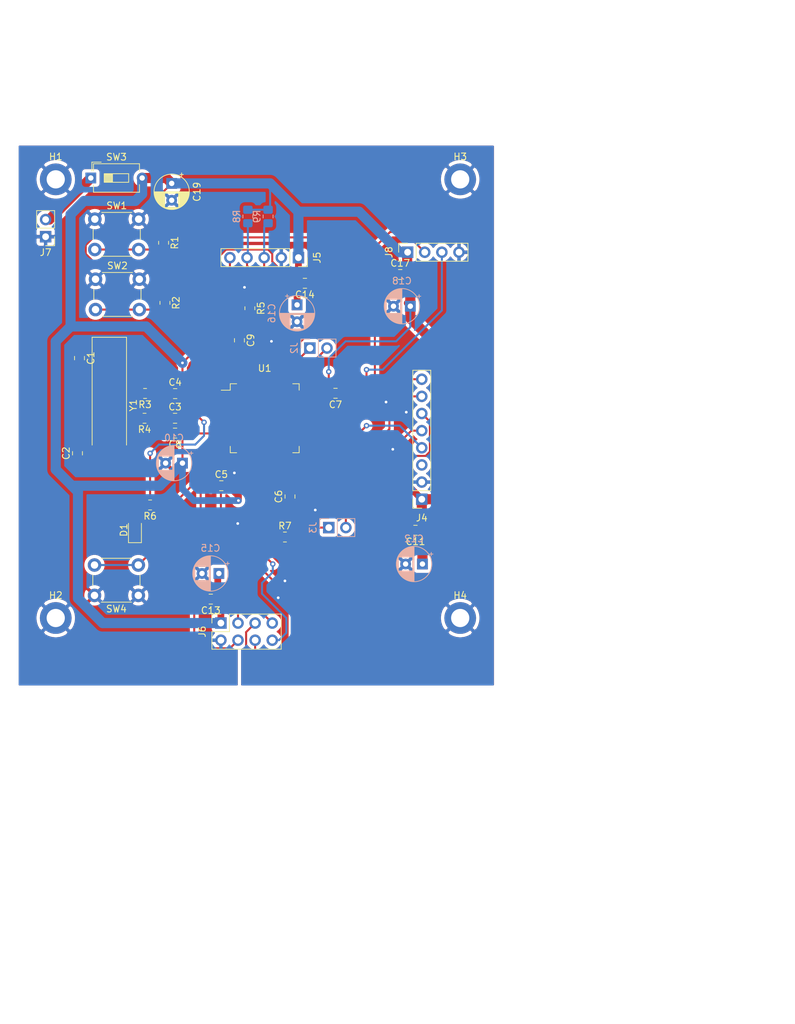
<source format=kicad_pcb>
(kicad_pcb (version 20171130) (host pcbnew 5.1.9-73d0e3b20d~88~ubuntu18.04.1)
  (layers (0 F.Cu signal) (31 B.Cu signal) (34 B.Paste user) (35 F.Paste user) (36 B.SilkS user) (37 F.SilkS user) (38 B.Mask user) (39 F.Mask user) (44 Edge.Cuts user))
  (net 0 "")
  (net 1 GND)
  (net 2 "Net-(C1-Pad2)")
  (net 3 "Net-(C2-Pad2)")
  (net 4 "Net-(C3-Pad2)")
  (net 5 +3V3)
  (net 6 "Net-(D1-Pad2)")
  (net 7 BOOT1)
  (net 8 SWCLK)
  (net 9 SWDIO)
  (net 10 nrf24_CSN)
  (net 11 SPI1_MOSI)
  (net 12 nrf24_IRQ)
  (net 13 SPI1_MISO)
  (net 14 SPI1_SCK)
  (net 15 nrf24_CE)
  (net 16 USART1_TX)
  (net 17 USART1_RX)
  (net 18 USART3_TX)
  (net 19 USART3_RX)
  (net 20 SPI2_MOSI)
  (net 21 SPI2_SCK)
  (net 22 LED_DISP_CS)
  (net 23 LED_DISP_DC)
  (net 24 LED_DISP_RES)
  (net 25 I2C1_SCL)
  (net 26 I2C1_SDA)
  (net 27 QMC5883-DRDY)
  (net 28 "Net-(J7-Pad2)")
  (net 29 "Net-(R3-Pad1)")
  (net 30 "Net-(R4-Pad1)")
  (net 31 "Net-(R5-Pad2)")
  (net 32 KEY1)
  (net 33 KEY2)
  (net 34 "Net-(R6-Pad1)")
  (module Capacitor_SMD:C_0805_2012Metric_Pad1.18x1.45mm_HandSolder (layer F.Cu) (at 163.525 111.4875 270)
    (fp_text reference C1 (at 0 -1.68 90) (layer F.SilkS))
    (fp_text value 20p)
    (pad 2 smd roundrect (at 1.0375 0 270) (size 1.175 1.45) (layers F.Cu F.Paste F.Mask) (roundrect_rratio 0.212766) (net 2 "Net-(C1-Pad2)"))
    (pad 1 smd roundrect (at -1.0375 0 270) (size 1.175 1.45) (layers F.Cu F.Paste F.Mask) (roundrect_rratio 0.212766) (net 1 GND))
  )
  (module Capacitor_SMD:C_0805_2012Metric_Pad1.18x1.45mm_HandSolder (layer F.Cu) (at 163.225 125.5875 90)
    (fp_text reference C2 (at 0 -1.68 90) (layer F.SilkS))
    (fp_text value 20p)
    (pad 1 smd roundrect (at -1.0375 0 90) (size 1.175 1.45) (layers F.Cu F.Paste F.Mask) (roundrect_rratio 0.212766) (net 1 GND))
    (pad 2 smd roundrect (at 1.0375 0 90) (size 1.175 1.45) (layers F.Cu F.Paste F.Mask) (roundrect_rratio 0.212766) (net 3 "Net-(C2-Pad2)"))
  )
  (module Capacitor_SMD:C_0805_2012Metric_Pad1.18x1.45mm_HandSolder (layer F.Cu) (at 177.7 120.4)
    (fp_text reference C3 (at 0 -1.68) (layer F.SilkS))
    (fp_text value 100n)
    (pad 2 smd roundrect (at 1.0375 0) (size 1.175 1.45) (layers F.Cu F.Paste F.Mask) (roundrect_rratio 0.212766) (net 4 "Net-(C3-Pad2)"))
    (pad 1 smd roundrect (at -1.0375 0) (size 1.175 1.45) (layers F.Cu F.Paste F.Mask) (roundrect_rratio 0.212766) (net 1 GND))
  )
  (module Capacitor_SMD:C_0805_2012Metric_Pad1.18x1.45mm_HandSolder (layer F.Cu) (at 177.7125 116.75)
    (fp_text reference C4 (at 0 -1.68) (layer F.SilkS))
    (fp_text value 100n)
    (pad 1 smd roundrect (at -1.0375 0) (size 1.175 1.45) (layers F.Cu F.Paste F.Mask) (roundrect_rratio 0.212766) (net 1 GND))
    (pad 2 smd roundrect (at 1.0375 0) (size 1.175 1.45) (layers F.Cu F.Paste F.Mask) (roundrect_rratio 0.212766) (net 5 +3V3))
  )
  (module Capacitor_SMD:C_0805_2012Metric_Pad1.18x1.45mm_HandSolder (layer F.Cu) (at 184.5625 130.4)
    (fp_text reference C5 (at 0 -1.68) (layer F.SilkS))
    (fp_text value 100n)
    (pad 2 smd roundrect (at 1.0375 0) (size 1.175 1.45) (layers F.Cu F.Paste F.Mask) (roundrect_rratio 0.212766) (net 5 +3V3))
    (pad 1 smd roundrect (at -1.0375 0) (size 1.175 1.45) (layers F.Cu F.Paste F.Mask) (roundrect_rratio 0.212766) (net 1 GND))
  )
  (module Capacitor_SMD:C_0805_2012Metric_Pad1.18x1.45mm_HandSolder (layer F.Cu) (at 194.75 132 90)
    (fp_text reference C6 (at 0 -1.68 90) (layer F.SilkS))
    (fp_text value 100n)
    (pad 2 smd roundrect (at 1.0375 0 90) (size 1.175 1.45) (layers F.Cu F.Paste F.Mask) (roundrect_rratio 0.212766) (net 5 +3V3))
    (pad 1 smd roundrect (at -1.0375 0 90) (size 1.175 1.45) (layers F.Cu F.Paste F.Mask) (roundrect_rratio 0.212766) (net 1 GND))
  )
  (module Capacitor_SMD:C_0805_2012Metric_Pad1.18x1.45mm_HandSolder (layer F.Cu) (at 201.5 116.7 180)
    (fp_text reference C7 (at 0 -1.68) (layer F.SilkS))
    (fp_text value 100n)
    (pad 1 smd roundrect (at -1.0375 0 180) (size 1.175 1.45) (layers F.Cu F.Paste F.Mask) (roundrect_rratio 0.212766) (net 1 GND))
    (pad 2 smd roundrect (at 1.0375 0 180) (size 1.175 1.45) (layers F.Cu F.Paste F.Mask) (roundrect_rratio 0.212766) (net 5 +3V3))
  )
  (module Capacitor_SMD:C_0805_2012Metric_Pad1.18x1.45mm_HandSolder (layer F.Cu) (at 177.7 122.6 180)
    (fp_text reference C8 (at 0 -1.68) (layer F.SilkS))
    (fp_text value 10n)
    (pad 1 smd roundrect (at -1.0375 0 180) (size 1.175 1.45) (layers F.Cu F.Paste F.Mask) (roundrect_rratio 0.212766) (net 5 +3V3))
    (pad 2 smd roundrect (at 1.0375 0 180) (size 1.175 1.45) (layers F.Cu F.Paste F.Mask) (roundrect_rratio 0.212766) (net 1 GND))
  )
  (module Capacitor_SMD:C_0805_2012Metric_Pad1.18x1.45mm_HandSolder (layer F.Cu) (at 187.25 108.85 270)
    (fp_text reference C9 (at 0 -1.68 90) (layer F.SilkS))
    (fp_text value 100n)
    (pad 2 smd roundrect (at 1.0375 0 270) (size 1.175 1.45) (layers F.Cu F.Paste F.Mask) (roundrect_rratio 0.212766) (net 5 +3V3))
    (pad 1 smd roundrect (at -1.0375 0 270) (size 1.175 1.45) (layers F.Cu F.Paste F.Mask) (roundrect_rratio 0.212766) (net 1 GND))
  )
  (module Capacitor_SMD:C_0805_2012Metric_Pad1.18x1.45mm_HandSolder (layer F.Cu) (at 213.3625 137 180)
    (fp_text reference C11 (at 0 -1.68) (layer F.SilkS))
    (fp_text value 100n)
    (pad 1 smd roundrect (at -1.0375 0 180) (size 1.175 1.45) (layers F.Cu F.Paste F.Mask) (roundrect_rratio 0.212766) (net 5 +3V3))
    (pad 2 smd roundrect (at 1.0375 0 180) (size 1.175 1.45) (layers F.Cu F.Paste F.Mask) (roundrect_rratio 0.212766) (net 1 GND))
  )
  (module Capacitor_SMD:C_0805_2012Metric_Pad1.18x1.45mm_HandSolder (layer F.Cu) (at 183 147.2 180)
    (fp_text reference C13 (at 0 -1.68) (layer F.SilkS))
    (fp_text value 100n)
    (pad 1 smd roundrect (at -1.0375 0 180) (size 1.175 1.45) (layers F.Cu F.Paste F.Mask) (roundrect_rratio 0.212766) (net 5 +3V3))
    (pad 2 smd roundrect (at 1.0375 0 180) (size 1.175 1.45) (layers F.Cu F.Paste F.Mask) (roundrect_rratio 0.212766) (net 1 GND))
  )
  (module Capacitor_SMD:C_0805_2012Metric_Pad1.18x1.45mm_HandSolder (layer F.Cu) (at 196.9625 100.4 180)
    (fp_text reference C14 (at 0 -1.68) (layer F.SilkS))
    (fp_text value 100n)
    (pad 1 smd roundrect (at -1.0375 0 180) (size 1.175 1.45) (layers F.Cu F.Paste F.Mask) (roundrect_rratio 0.212766) (net 1 GND))
    (pad 2 smd roundrect (at 1.0375 0 180) (size 1.175 1.45) (layers F.Cu F.Paste F.Mask) (roundrect_rratio 0.212766) (net 5 +3V3))
  )
  (module Capacitor_SMD:C_0805_2012Metric_Pad1.18x1.45mm_HandSolder (layer F.Cu) (at 211.1 99.1)
    (fp_text reference C17 (at 0 -1.68) (layer F.SilkS))
    (fp_text value 100n)
    (pad 2 smd roundrect (at 1.0375 0) (size 1.175 1.45) (layers F.Cu F.Paste F.Mask) (roundrect_rratio 0.212766) (net 5 +3V3))
    (pad 1 smd roundrect (at -1.0375 0) (size 1.175 1.45) (layers F.Cu F.Paste F.Mask) (roundrect_rratio 0.212766) (net 1 GND))
  )
  (module LED_SMD:LED_0805_2012Metric_Pad1.15x1.40mm_HandSolder (layer F.Cu) (at 171.75 136.975 90)
    (fp_text reference D1 (at 0 -1.65 90) (layer F.SilkS))
    (fp_text value LED)
    (pad 1 smd roundrect (at -1.025 0 90) (size 1.15 1.4) (layers F.Cu F.Paste F.Mask) (roundrect_rratio 0.217391) (net 1 GND))
    (pad 2 smd roundrect (at 1.025 0 90) (size 1.15 1.4) (layers F.Cu F.Paste F.Mask) (roundrect_rratio 0.217391) (net 6 "Net-(D1-Pad2)"))
  )
  (module MountingHole:MountingHole_2.7mm_M2.5_DIN965_Pad (layer F.Cu) (at 160 85)
    (fp_text reference H1 (at 0 -3.35) (layer F.SilkS))
    (fp_text value MountingHole_Pad)
    (pad 1 thru_hole circle (at 0 0) (size 4.7 4.7) (drill 2.7) (layers *.Cu *.Mask) (net 1 GND))
  )
  (module MountingHole:MountingHole_2.7mm_M2.5_DIN965_Pad (layer F.Cu) (at 160 150)
    (fp_text reference H2 (at 0 -3.35) (layer F.SilkS))
    (fp_text value MountingHole_Pad)
    (pad 1 thru_hole circle (at 0 0) (size 4.7 4.7) (drill 2.7) (layers *.Cu *.Mask) (net 1 GND))
  )
  (module MountingHole:MountingHole_2.7mm_M2.5_DIN965_Pad (layer F.Cu) (at 220 85)
    (fp_text reference H3 (at 0 -3.35) (layer F.SilkS))
    (fp_text value MountingHole_Pad)
    (pad 1 thru_hole circle (at 0 0) (size 4.7 4.7) (drill 2.7) (layers *.Cu *.Mask) (net 1 GND))
  )
  (module MountingHole:MountingHole_2.7mm_M2.5_DIN965_Pad (layer F.Cu) (at 220 150)
    (fp_text reference H4 (at 0 -3.35) (layer F.SilkS))
    (fp_text value MountingHole_Pad)
    (pad 1 thru_hole circle (at 0 0) (size 4.7 4.7) (drill 2.7) (layers *.Cu *.Mask) (net 1 GND))
  )
  (module Connector_PinHeader_2.54mm:PinHeader_1x02_P2.54mm_Vertical (layer B.Cu) (at 197.7 110 270)
    (fp_text reference J2 (at 0 2.33 270) (layer B.SilkS) (effects (justify mirror)))
    (fp_text value Conn_01x02_Male)
    (pad 1 thru_hole rect (at 0 0 270) (size 1.7 1.7) (drill 1) (layers *.Cu *.Mask) (net 8 SWCLK))
    (pad 2 thru_hole oval (at 0 -2.54 270) (size 1.7 1.7) (drill 1) (layers *.Cu *.Mask) (net 9 SWDIO))
  )
  (module Connector_PinHeader_2.54mm:PinHeader_1x02_P2.54mm_Vertical (layer B.Cu) (at 200.5 136.6 270)
    (fp_text reference J3 (at 0 2.33 270) (layer B.SilkS) (effects (justify mirror)))
    (fp_text value Conn_01x02_Male)
    (pad 2 thru_hole oval (at 0 -2.54 270) (size 1.7 1.7) (drill 1) (layers *.Cu *.Mask) (net 19 USART3_RX))
    (pad 1 thru_hole rect (at 0 0 270) (size 1.7 1.7) (drill 1) (layers *.Cu *.Mask) (net 18 USART3_TX))
  )
  (module Connector_PinSocket_2.54mm:PinSocket_1x08_P2.54mm_Vertical (layer F.Cu) (at 214.3 132.4 180)
    (fp_text reference J4 (at 0 -2.77) (layer F.SilkS))
    (fp_text value "led disp")
    (pad 1 thru_hole rect (at 0 0 180) (size 1.7 1.7) (drill 1) (layers *.Cu *.Mask) (net 5 +3V3))
    (pad 2 thru_hole oval (at 0 2.54 180) (size 1.7 1.7) (drill 1) (layers *.Cu *.Mask) (net 1 GND))
    (pad 3 thru_hole oval (at 0 5.08 180) (size 1.7 1.7) (drill 1) (layers *.Cu *.Mask))
    (pad 4 thru_hole oval (at 0 7.62 180) (size 1.7 1.7) (drill 1) (layers *.Cu *.Mask) (net 20 SPI2_MOSI))
    (pad 5 thru_hole oval (at 0 10.16 180) (size 1.7 1.7) (drill 1) (layers *.Cu *.Mask) (net 21 SPI2_SCK))
    (pad 6 thru_hole oval (at 0 12.7 180) (size 1.7 1.7) (drill 1) (layers *.Cu *.Mask) (net 22 LED_DISP_CS))
    (pad 7 thru_hole oval (at 0 15.24 180) (size 1.7 1.7) (drill 1) (layers *.Cu *.Mask) (net 23 LED_DISP_DC))
    (pad 8 thru_hole oval (at 0 17.78 180) (size 1.7 1.7) (drill 1) (layers *.Cu *.Mask) (net 24 LED_DISP_RES))
  )
  (module Connector_PinSocket_2.54mm:PinSocket_1x05_P2.54mm_Vertical (layer F.Cu) (at 196 96.6 270)
    (fp_text reference J5 (at 0 -2.77 90) (layer F.SilkS))
    (fp_text value QMC5883)
    (pad 1 thru_hole rect (at 0 0 270) (size 1.7 1.7) (drill 1) (layers *.Cu *.Mask) (net 5 +3V3))
    (pad 2 thru_hole oval (at 0 2.54 270) (size 1.7 1.7) (drill 1) (layers *.Cu *.Mask) (net 1 GND))
    (pad 3 thru_hole oval (at 0 5.08 270) (size 1.7 1.7) (drill 1) (layers *.Cu *.Mask) (net 25 I2C1_SCL))
    (pad 4 thru_hole oval (at 0 7.62 270) (size 1.7 1.7) (drill 1) (layers *.Cu *.Mask) (net 26 I2C1_SDA))
    (pad 5 thru_hole oval (at 0 10.16 270) (size 1.7 1.7) (drill 1) (layers *.Cu *.Mask) (net 27 QMC5883-DRDY))
  )
  (module Connector_PinSocket_2.54mm:PinSocket_2x04_P2.54mm_Vertical (layer F.Cu) (at 184.5 150.75 90)
    (fp_text reference J6 (at -1.27 -2.77 90) (layer F.SilkS))
    (fp_text value nrf24l01)
    (pad 1 thru_hole rect (at 0 0 90) (size 1.7 1.7) (drill 1) (layers *.Cu *.Mask) (net 5 +3V3))
    (pad 2 thru_hole oval (at -2.54 0 90) (size 1.7 1.7) (drill 1) (layers *.Cu *.Mask) (net 1 GND))
    (pad 3 thru_hole oval (at 0 2.54 90) (size 1.7 1.7) (drill 1) (layers *.Cu *.Mask) (net 10 nrf24_CSN))
    (pad 4 thru_hole oval (at -2.54 2.54 90) (size 1.7 1.7) (drill 1) (layers *.Cu *.Mask) (net 15 nrf24_CE))
    (pad 5 thru_hole oval (at 0 5.08 90) (size 1.7 1.7) (drill 1) (layers *.Cu *.Mask) (net 11 SPI1_MOSI))
    (pad 6 thru_hole oval (at -2.54 5.08 90) (size 1.7 1.7) (drill 1) (layers *.Cu *.Mask) (net 14 SPI1_SCK))
    (pad 7 thru_hole oval (at 0 7.62 90) (size 1.7 1.7) (drill 1) (layers *.Cu *.Mask) (net 12 nrf24_IRQ))
    (pad 8 thru_hole oval (at -2.54 7.62 90) (size 1.7 1.7) (drill 1) (layers *.Cu *.Mask) (net 13 SPI1_MISO))
  )
  (module Connector_PinHeader_2.54mm:PinHeader_1x02_P2.54mm_Vertical (layer F.Cu) (at 158.5 93.5 180)
    (fp_text reference J7 (at 0 -2.33) (layer F.SilkS))
    (fp_text value Conn_01x02_Male)
    (pad 1 thru_hole rect (at 0 0 180) (size 1.7 1.7) (drill 1) (layers *.Cu *.Mask) (net 1 GND))
    (pad 2 thru_hole oval (at 0 2.54 180) (size 1.7 1.7) (drill 1) (layers *.Cu *.Mask) (net 28 "Net-(J7-Pad2)"))
  )
  (module Connector_PinSocket_2.54mm:PinSocket_1x04_P2.54mm_Vertical (layer F.Cu) (at 212.2 95.8 90)
    (fp_text reference J8 (at 0 -2.77 90) (layer F.SilkS))
    (fp_text value GPS)
    (pad 1 thru_hole rect (at 0 0 90) (size 1.7 1.7) (drill 1) (layers *.Cu *.Mask) (net 5 +3V3))
    (pad 2 thru_hole oval (at 0 2.54 90) (size 1.7 1.7) (drill 1) (layers *.Cu *.Mask) (net 16 USART1_TX))
    (pad 3 thru_hole oval (at 0 5.08 90) (size 1.7 1.7) (drill 1) (layers *.Cu *.Mask) (net 17 USART1_RX))
    (pad 4 thru_hole oval (at 0 7.62 90) (size 1.7 1.7) (drill 1) (layers *.Cu *.Mask) (net 1 GND))
  )
  (module Resistor_SMD:R_0805_2012Metric_Pad1.20x1.40mm_HandSolder (layer F.Cu) (at 176 94.4 270)
    (fp_text reference R1 (at 0 -1.65 90) (layer F.SilkS))
    (fp_text value 10k)
    (pad 1 smd roundrect (at -1 0 270) (size 1.2 1.4) (layers F.Cu F.Paste F.Mask) (roundrect_rratio 0.208333) (net 5 +3V3))
    (pad 2 smd roundrect (at 1 0 270) (size 1.2 1.4) (layers F.Cu F.Paste F.Mask) (roundrect_rratio 0.208333) (net 32 KEY1))
  )
  (module Resistor_SMD:R_0805_2012Metric_Pad1.20x1.40mm_HandSolder (layer F.Cu) (at 176.2 103.3 270)
    (fp_text reference R2 (at 0 -1.65 90) (layer F.SilkS))
    (fp_text value 10k)
    (pad 2 smd roundrect (at 1 0 270) (size 1.2 1.4) (layers F.Cu F.Paste F.Mask) (roundrect_rratio 0.208333) (net 33 KEY2))
    (pad 1 smd roundrect (at -1 0 270) (size 1.2 1.4) (layers F.Cu F.Paste F.Mask) (roundrect_rratio 0.208333) (net 5 +3V3))
  )
  (module Resistor_SMD:R_0805_2012Metric_Pad1.20x1.40mm_HandSolder (layer F.Cu) (at 173.25 116.725 180)
    (fp_text reference R3 (at 0 -1.65) (layer F.SilkS))
    (fp_text value 0)
    (pad 1 smd roundrect (at -1 0 180) (size 1.2 1.4) (layers F.Cu F.Paste F.Mask) (roundrect_rratio 0.208333) (net 29 "Net-(R3-Pad1)"))
    (pad 2 smd roundrect (at 1 0 180) (size 1.2 1.4) (layers F.Cu F.Paste F.Mask) (roundrect_rratio 0.208333) (net 2 "Net-(C1-Pad2)"))
  )
  (module Resistor_SMD:R_0805_2012Metric_Pad1.20x1.40mm_HandSolder (layer F.Cu) (at 173.175 120.4 180)
    (fp_text reference R4 (at 0 -1.65) (layer F.SilkS))
    (fp_text value 220)
    (pad 1 smd roundrect (at -1 0 180) (size 1.2 1.4) (layers F.Cu F.Paste F.Mask) (roundrect_rratio 0.208333) (net 30 "Net-(R4-Pad1)"))
    (pad 2 smd roundrect (at 1 0 180) (size 1.2 1.4) (layers F.Cu F.Paste F.Mask) (roundrect_rratio 0.208333) (net 3 "Net-(C2-Pad2)"))
  )
  (module Resistor_SMD:R_0805_2012Metric_Pad1.20x1.40mm_HandSolder (layer F.Cu) (at 188.8 104.1 270)
    (fp_text reference R5 (at 0 -1.65 90) (layer F.SilkS))
    (fp_text value 470)
    (pad 1 smd roundrect (at -1 0 270) (size 1.2 1.4) (layers F.Cu F.Paste F.Mask) (roundrect_rratio 0.208333) (net 1 GND))
    (pad 2 smd roundrect (at 1 0 270) (size 1.2 1.4) (layers F.Cu F.Paste F.Mask) (roundrect_rratio 0.208333) (net 31 "Net-(R5-Pad2)"))
  )
  (module Resistor_SMD:R_0805_2012Metric_Pad1.20x1.40mm_HandSolder (layer F.Cu) (at 174 133.25 180)
    (fp_text reference R6 (at 0 -1.65) (layer F.SilkS))
    (fp_text value 4.75)
    (pad 2 smd roundrect (at 1 0 180) (size 1.2 1.4) (layers F.Cu F.Paste F.Mask) (roundrect_rratio 0.208333) (net 6 "Net-(D1-Pad2)"))
    (pad 1 smd roundrect (at -1 0 180) (size 1.2 1.4) (layers F.Cu F.Paste F.Mask) (roundrect_rratio 0.208333) (net 34 "Net-(R6-Pad1)"))
  )
  (module Resistor_SMD:R_0805_2012Metric_Pad1.20x1.40mm_HandSolder (layer F.Cu) (at 194 138)
    (fp_text reference R7 (at 0 -1.65) (layer F.SilkS))
    (fp_text value 470)
    (pad 2 smd roundrect (at 1 0) (size 1.2 1.4) (layers F.Cu F.Paste F.Mask) (roundrect_rratio 0.208333) (net 1 GND))
    (pad 1 smd roundrect (at -1 0) (size 1.2 1.4) (layers F.Cu F.Paste F.Mask) (roundrect_rratio 0.208333) (net 7 BOOT1))
  )
  (module Button_Switch_THT:SW_PUSH_6mm_H5mm (layer F.Cu) (at 165.8 90.9)
    (fp_text reference SW1 (at 3.25 -2) (layer F.SilkS))
    (fp_text value SW_Push)
    (pad 1 thru_hole circle (at 6.5 0 90) (size 2 2) (drill 1.1) (layers *.Cu *.Mask) (net 1 GND))
    (pad 2 thru_hole circle (at 6.5 4.5 90) (size 2 2) (drill 1.1) (layers *.Cu *.Mask) (net 32 KEY1))
    (pad 1 thru_hole circle (at 0 0 90) (size 2 2) (drill 1.1) (layers *.Cu *.Mask) (net 1 GND))
    (pad 2 thru_hole circle (at 0 4.5 90) (size 2 2) (drill 1.1) (layers *.Cu *.Mask) (net 32 KEY1))
  )
  (module Button_Switch_THT:SW_PUSH_6mm_H5mm (layer F.Cu) (at 165.9 99.8)
    (fp_text reference SW2 (at 3.25 -2) (layer F.SilkS))
    (fp_text value SW_Push)
    (pad 2 thru_hole circle (at 0 4.5 90) (size 2 2) (drill 1.1) (layers *.Cu *.Mask) (net 33 KEY2))
    (pad 1 thru_hole circle (at 0 0 90) (size 2 2) (drill 1.1) (layers *.Cu *.Mask) (net 1 GND))
    (pad 2 thru_hole circle (at 6.5 4.5 90) (size 2 2) (drill 1.1) (layers *.Cu *.Mask) (net 33 KEY2))
    (pad 1 thru_hole circle (at 6.5 0 90) (size 2 2) (drill 1.1) (layers *.Cu *.Mask) (net 1 GND))
  )
  (module Button_Switch_THT:SW_DIP_SPSTx01_Slide_6.7x4.1mm_W7.62mm_P2.54mm_LowProfile (layer F.Cu) (at 165.2 84.8)
    (fp_text reference SW3 (at 3.81 -3.11) (layer F.SilkS))
    (fp_text value power)
    (pad 1 thru_hole rect (at 0 0) (size 1.6 1.6) (drill 0.8) (layers *.Cu *.Mask) (net 28 "Net-(J7-Pad2)"))
    (pad 2 thru_hole oval (at 7.62 0) (size 1.6 1.6) (drill 0.8) (layers *.Cu *.Mask) (net 5 +3V3))
  )
  (module Package_QFP:LQFP-64_10x10mm_P0.5mm (layer F.Cu) (at 191 120.4)
    (fp_text reference U1 (at 0 -7.4) (layer F.SilkS))
    (fp_text value STM32F103RBTx)
    (pad 1 smd roundrect (at -5.675 -3.75) (size 1.55 0.3) (layers F.Cu F.Paste F.Mask) (net 5 +3V3))
    (pad 2 smd roundrect (at -5.675 -3.25) (size 1.55 0.3) (layers F.Cu F.Paste F.Mask))
    (pad 3 smd roundrect (at -5.675 -2.75) (size 1.55 0.3) (layers F.Cu F.Paste F.Mask))
    (pad 4 smd roundrect (at -5.675 -2.25) (size 1.55 0.3) (layers F.Cu F.Paste F.Mask))
    (pad 5 smd roundrect (at -5.675 -1.75) (size 1.55 0.3) (layers F.Cu F.Paste F.Mask) (net 29 "Net-(R3-Pad1)"))
    (pad 6 smd roundrect (at -5.675 -1.25) (size 1.55 0.3) (layers F.Cu F.Paste F.Mask) (net 30 "Net-(R4-Pad1)"))
    (pad 7 smd roundrect (at -5.675 -0.75) (size 1.55 0.3) (layers F.Cu F.Paste F.Mask) (net 4 "Net-(C3-Pad2)"))
    (pad 8 smd roundrect (at -5.675 -0.25) (size 1.55 0.3) (layers F.Cu F.Paste F.Mask))
    (pad 9 smd roundrect (at -5.675 0.25) (size 1.55 0.3) (layers F.Cu F.Paste F.Mask))
    (pad 10 smd roundrect (at -5.675 0.75) (size 1.55 0.3) (layers F.Cu F.Paste F.Mask))
    (pad 11 smd roundrect (at -5.675 1.25) (size 1.55 0.3) (layers F.Cu F.Paste F.Mask))
    (pad 12 smd roundrect (at -5.675 1.75) (size 1.55 0.3) (layers F.Cu F.Paste F.Mask) (net 1 GND))
    (pad 13 smd roundrect (at -5.675 2.25) (size 1.55 0.3) (layers F.Cu F.Paste F.Mask) (net 5 +3V3))
    (pad 14 smd roundrect (at -5.675 2.75) (size 1.55 0.3) (layers F.Cu F.Paste F.Mask))
    (pad 15 smd roundrect (at -5.675 3.25) (size 1.55 0.3) (layers F.Cu F.Paste F.Mask) (net 34 "Net-(R6-Pad1)"))
    (pad 16 smd roundrect (at -5.675 3.75) (size 1.55 0.3) (layers F.Cu F.Paste F.Mask) (net 15 nrf24_CE))
    (pad 17 smd roundrect (at -3.75 5.675) (size 0.3 1.55) (layers F.Cu F.Paste F.Mask) (net 10 nrf24_CSN))
    (pad 18 smd roundrect (at -3.25 5.675) (size 0.3 1.55) (layers F.Cu F.Paste F.Mask) (net 1 GND))
    (pad 19 smd roundrect (at -2.75 5.675) (size 0.3 1.55) (layers F.Cu F.Paste F.Mask) (net 5 +3V3))
    (pad 20 smd roundrect (at -2.25 5.675) (size 0.3 1.55) (layers F.Cu F.Paste F.Mask) (net 12 nrf24_IRQ))
    (pad 21 smd roundrect (at -1.75 5.675) (size 0.3 1.55) (layers F.Cu F.Paste F.Mask) (net 14 SPI1_SCK))
    (pad 22 smd roundrect (at -1.25 5.675) (size 0.3 1.55) (layers F.Cu F.Paste F.Mask) (net 13 SPI1_MISO))
    (pad 23 smd roundrect (at -0.75 5.675) (size 0.3 1.55) (layers F.Cu F.Paste F.Mask) (net 11 SPI1_MOSI))
    (pad 24 smd roundrect (at -0.25 5.675) (size 0.3 1.55) (layers F.Cu F.Paste F.Mask))
    (pad 25 smd roundrect (at 0.25 5.675) (size 0.3 1.55) (layers F.Cu F.Paste F.Mask))
    (pad 26 smd roundrect (at 0.75 5.675) (size 0.3 1.55) (layers F.Cu F.Paste F.Mask))
    (pad 27 smd roundrect (at 1.25 5.675) (size 0.3 1.55) (layers F.Cu F.Paste F.Mask))
    (pad 28 smd roundrect (at 1.75 5.675) (size 0.3 1.55) (layers F.Cu F.Paste F.Mask) (net 7 BOOT1))
    (pad 29 smd roundrect (at 2.25 5.675) (size 0.3 1.55) (layers F.Cu F.Paste F.Mask) (net 18 USART3_TX))
    (pad 30 smd roundrect (at 2.75 5.675) (size 0.3 1.55) (layers F.Cu F.Paste F.Mask) (net 19 USART3_RX))
    (pad 31 smd roundrect (at 3.25 5.675) (size 0.3 1.55) (layers F.Cu F.Paste F.Mask) (net 1 GND))
    (pad 32 smd roundrect (at 3.75 5.675) (size 0.3 1.55) (layers F.Cu F.Paste F.Mask) (net 5 +3V3))
    (pad 33 smd roundrect (at 5.675 3.75) (size 1.55 0.3) (layers F.Cu F.Paste F.Mask) (net 22 LED_DISP_CS))
    (pad 34 smd roundrect (at 5.675 3.25) (size 1.55 0.3) (layers F.Cu F.Paste F.Mask) (net 21 SPI2_SCK))
    (pad 35 smd roundrect (at 5.675 2.75) (size 1.55 0.3) (layers F.Cu F.Paste F.Mask) (net 23 LED_DISP_DC))
    (pad 36 smd roundrect (at 5.675 2.25) (size 1.55 0.3) (layers F.Cu F.Paste F.Mask) (net 20 SPI2_MOSI))
    (pad 37 smd roundrect (at 5.675 1.75) (size 1.55 0.3) (layers F.Cu F.Paste F.Mask) (net 24 LED_DISP_RES))
    (pad 38 smd roundrect (at 5.675 1.25) (size 1.55 0.3) (layers F.Cu F.Paste F.Mask))
    (pad 39 smd roundrect (at 5.675 0.75) (size 1.55 0.3) (layers F.Cu F.Paste F.Mask))
    (pad 40 smd roundrect (at 5.675 0.25) (size 1.55 0.3) (layers F.Cu F.Paste F.Mask))
    (pad 41 smd roundrect (at 5.675 -0.25) (size 1.55 0.3) (layers F.Cu F.Paste F.Mask))
    (pad 42 smd roundrect (at 5.675 -0.75) (size 1.55 0.3) (layers F.Cu F.Paste F.Mask) (net 16 USART1_TX))
    (pad 43 smd roundrect (at 5.675 -1.25) (size 1.55 0.3) (layers F.Cu F.Paste F.Mask) (net 17 USART1_RX))
    (pad 44 smd roundrect (at 5.675 -1.75) (size 1.55 0.3) (layers F.Cu F.Paste F.Mask))
    (pad 45 smd roundrect (at 5.675 -2.25) (size 1.55 0.3) (layers F.Cu F.Paste F.Mask))
    (pad 46 smd roundrect (at 5.675 -2.75) (size 1.55 0.3) (layers F.Cu F.Paste F.Mask) (net 9 SWDIO))
    (pad 47 smd roundrect (at 5.675 -3.25) (size 1.55 0.3) (layers F.Cu F.Paste F.Mask) (net 1 GND))
    (pad 48 smd roundrect (at 5.675 -3.75) (size 1.55 0.3) (layers F.Cu F.Paste F.Mask) (net 5 +3V3))
    (pad 49 smd roundrect (at 3.75 -5.675) (size 0.3 1.55) (layers F.Cu F.Paste F.Mask) (net 8 SWCLK))
    (pad 50 smd roundrect (at 3.25 -5.675) (size 0.3 1.55) (layers F.Cu F.Paste F.Mask) (net 32 KEY1))
    (pad 51 smd roundrect (at 2.75 -5.675) (size 0.3 1.55) (layers F.Cu F.Paste F.Mask) (net 33 KEY2))
    (pad 52 smd roundrect (at 2.25 -5.675) (size 0.3 1.55) (layers F.Cu F.Paste F.Mask))
    (pad 53 smd roundrect (at 1.75 -5.675) (size 0.3 1.55) (layers F.Cu F.Paste F.Mask))
    (pad 54 smd roundrect (at 1.25 -5.675) (size 0.3 1.55) (layers F.Cu F.Paste F.Mask))
    (pad 55 smd roundrect (at 0.75 -5.675) (size 0.3 1.55) (layers F.Cu F.Paste F.Mask))
    (pad 56 smd roundrect (at 0.25 -5.675) (size 0.3 1.55) (layers F.Cu F.Paste F.Mask))
    (pad 57 smd roundrect (at -0.25 -5.675) (size 0.3 1.55) (layers F.Cu F.Paste F.Mask))
    (pad 58 smd roundrect (at -0.75 -5.675) (size 0.3 1.55) (layers F.Cu F.Paste F.Mask) (net 25 I2C1_SCL))
    (pad 59 smd roundrect (at -1.25 -5.675) (size 0.3 1.55) (layers F.Cu F.Paste F.Mask) (net 26 I2C1_SDA))
    (pad 60 smd roundrect (at -1.75 -5.675) (size 0.3 1.55) (layers F.Cu F.Paste F.Mask) (net 31 "Net-(R5-Pad2)"))
    (pad 61 smd roundrect (at -2.25 -5.675) (size 0.3 1.55) (layers F.Cu F.Paste F.Mask) (net 27 QMC5883-DRDY))
    (pad 62 smd roundrect (at -2.75 -5.675) (size 0.3 1.55) (layers F.Cu F.Paste F.Mask))
    (pad 63 smd roundrect (at -3.25 -5.675) (size 0.3 1.55) (layers F.Cu F.Paste F.Mask) (net 1 GND))
    (pad 64 smd roundrect (at -3.75 -5.675) (size 0.3 1.55) (layers F.Cu F.Paste F.Mask) (net 5 +3V3))
  )
  (module Crystal:Crystal_SMD_HC49-SD_HandSoldering (layer F.Cu) (at 167.95 118.475 270)
    (fp_text reference Y1 (at 0 -3.55 90) (layer F.SilkS))
    (fp_text value 8M)
    (pad 1 smd rect (at -5.9375 0 270) (size 7.875 2) (layers F.Cu F.Paste F.Mask) (net 2 "Net-(C1-Pad2)"))
    (pad 2 smd rect (at 5.9375 0 270) (size 7.875 2) (layers F.Cu F.Paste F.Mask) (net 3 "Net-(C2-Pad2)"))
  )
  (module Capacitor_THT:CP_Radial_D5.0mm_P2.50mm (layer B.Cu) (at 178.8 127.05 180)
    (fp_text reference C10 (at 1.25 3.75) (layer B.SilkS) (effects (justify mirror)))
    (fp_text value 1u)
    (pad 2 thru_hole circle (at 2.5 0 180) (size 1.6 1.6) (drill 0.8) (layers *.Cu *.Mask) (net 1 GND))
    (pad 1 thru_hole rect (at 0 0 180) (size 1.6 1.6) (drill 0.8) (layers *.Cu *.Mask) (net 5 +3V3))
  )
  (module Capacitor_THT:CP_Radial_D5.0mm_P2.50mm (layer B.Cu) (at 214.4 142 180)
    (fp_text reference C12 (at 1.25 3.75 180) (layer B.SilkS) (effects (justify mirror)))
    (fp_text value 100u)
    (pad 2 thru_hole circle (at 2.5 0 180) (size 1.6 1.6) (drill 0.8) (layers *.Cu *.Mask) (net 1 GND))
    (pad 1 thru_hole rect (at 0 0 180) (size 1.6 1.6) (drill 0.8) (layers *.Cu *.Mask) (net 5 +3V3))
  )
  (module Capacitor_THT:CP_Radial_D5.0mm_P2.50mm (layer B.Cu) (at 184.2 143.4 180)
    (fp_text reference C15 (at 1.25 3.75 180) (layer B.SilkS) (effects (justify mirror)))
    (fp_text value 100u)
    (pad 1 thru_hole rect (at 0 0 180) (size 1.6 1.6) (drill 0.8) (layers *.Cu *.Mask) (net 5 +3V3))
    (pad 2 thru_hole circle (at 2.5 0 180) (size 1.6 1.6) (drill 0.8) (layers *.Cu *.Mask) (net 1 GND))
  )
  (module Capacitor_THT:CP_Radial_D5.0mm_P2.50mm (layer B.Cu) (at 195.8 103.6 270)
    (fp_text reference C16 (at 1.25 3.75 270) (layer B.SilkS) (effects (justify mirror)))
    (fp_text value 100u)
    (pad 1 thru_hole rect (at 0 0 270) (size 1.6 1.6) (drill 0.8) (layers *.Cu *.Mask) (net 5 +3V3))
    (pad 2 thru_hole circle (at 2.5 0 270) (size 1.6 1.6) (drill 0.8) (layers *.Cu *.Mask) (net 1 GND))
  )
  (module Capacitor_THT:CP_Radial_D5.0mm_P2.50mm (layer B.Cu) (at 212.6 103.8 180)
    (fp_text reference C18 (at 1.25 3.75) (layer B.SilkS) (effects (justify mirror)))
    (fp_text value 100u)
    (pad 1 thru_hole rect (at 0 0 180) (size 1.6 1.6) (drill 0.8) (layers *.Cu *.Mask) (net 5 +3V3))
    (pad 2 thru_hole circle (at 2.5 0 180) (size 1.6 1.6) (drill 0.8) (layers *.Cu *.Mask) (net 1 GND))
  )
  (module Capacitor_THT:CP_Radial_D5.0mm_P2.50mm (layer F.Cu) (at 177.2 85.6 270)
    (fp_text reference C19 (at 1.25 -3.75 90) (layer F.SilkS))
    (fp_text value 100u)
    (pad 2 thru_hole circle (at 2.5 0 270) (size 1.6 1.6) (drill 0.8) (layers *.Cu *.Mask) (net 1 GND))
    (pad 1 thru_hole rect (at 0 0 270) (size 1.6 1.6) (drill 0.8) (layers *.Cu *.Mask) (net 5 +3V3))
  )
  (module Button_Switch_THT:SW_PUSH_6mm_H5mm (layer F.Cu) (at 172.25 146.65 180)
    (fp_text reference SW4 (at 3.25 -2) (layer F.SilkS))
    (fp_text value SW_Push)
    (pad 2 thru_hole circle (at 0 4.5 270) (size 2 2) (drill 1.1) (layers *.Cu *.Mask) (net 4 "Net-(C3-Pad2)"))
    (pad 1 thru_hole circle (at 0 0 270) (size 2 2) (drill 1.1) (layers *.Cu *.Mask) (net 1 GND))
    (pad 2 thru_hole circle (at 6.5 4.5 270) (size 2 2) (drill 1.1) (layers *.Cu *.Mask) (net 4 "Net-(C3-Pad2)"))
    (pad 1 thru_hole circle (at 6.5 0 270) (size 2 2) (drill 1.1) (layers *.Cu *.Mask) (net 1 GND))
  )
  (module Resistor_SMD:R_0805_2012Metric_Pad1.20x1.40mm_HandSolder (layer B.Cu) (at 188.5 90.5 270)
    (fp_text reference R8 (at 0 1.65 270) (layer B.SilkS) (effects (justify mirror)))
    (fp_text value 4.7k)
    (pad 1 smd roundrect (at -1 0 270) (size 1.2 1.4) (layers B.Cu B.Paste B.Mask) (roundrect_rratio 0.208333) (net 5 +3V3))
    (pad 2 smd roundrect (at 1 0 270) (size 1.2 1.4) (layers B.Cu B.Paste B.Mask) (roundrect_rratio 0.208333) (net 26 I2C1_SDA))
  )
  (module Resistor_SMD:R_0805_2012Metric_Pad1.20x1.40mm_HandSolder (layer B.Cu) (at 191.5 90.5 270)
    (fp_text reference R9 (at 0 1.65 270) (layer B.SilkS) (effects (justify mirror)))
    (fp_text value 4.7k)
    (pad 2 smd roundrect (at 1 0 270) (size 1.2 1.4) (layers B.Cu B.Paste B.Mask) (roundrect_rratio 0.208333) (net 25 I2C1_SCL))
    (pad 1 smd roundrect (at -1 0 270) (size 1.2 1.4) (layers B.Cu B.Paste B.Mask) (roundrect_rratio 0.208333) (net 5 +3V3))
  )
  (segment (start 194.25 126.075) (end 194.25 124.65) (width 0.3) (layer F.Cu) (net 1))
  (segment (start 187.75 114.725) (end 187.75 116.25) (width 0.3) (layer F.Cu) (net 1))
  (segment (start 185.325 122.15) (end 186.65 122.15) (width 0.3) (layer F.Cu) (net 1))
  (segment (start 187.75 126.075) (end 187.75 124.45) (width 0.3) (layer F.Cu) (net 1))
  (segment (start 196.675 117.15) (end 198.15 117.15) (width 0.3) (layer F.Cu) (net 1))
  (segment (start 198.15 117.15) (end 198.15 117.65) (width 0.3) (layer F.Cu) (net 1))
  (segment (start 198.15 117.65) (end 198.5 118) (width 0.3) (layer F.Cu) (net 1))
  (via (at 188 101) (size 0.8) (drill 0.4) (layers F.Cu B.Cu) (net 1))
  (via (at 192 109) (size 0.8) (drill 0.4) (layers F.Cu B.Cu) (net 1))
  (via (at 209 118) (size 0.8) (drill 0.4) (layers F.Cu B.Cu) (net 1))
  (via (at 210 125) (size 0.8) (drill 0.4) (layers F.Cu B.Cu) (net 1))
  (via (at 212 119.5) (size 0.8) (drill 0.4) (layers F.Cu B.Cu) (net 1))
  (via (at 187 136) (size 0.8) (drill 0.4) (layers F.Cu B.Cu) (net 1))
  (via (at 186.5 128.5) (size 0.8) (drill 0.4) (layers F.Cu B.Cu) (net 1))
  (via (at 193 147) (size 0.8) (drill 0.4) (layers F.Cu B.Cu) (net 1))
  (via (at 194 144.5) (size 0.8) (drill 0.4) (layers F.Cu B.Cu) (net 1))
  (via (at 198.5 134) (size 0.8) (drill 0.4) (layers F.Cu B.Cu) (net 1))
  (segment (start 172.1375 116.725) (end 167.95 112.5375) (width 0.3) (layer F.Cu) (net 2))
  (segment (start 172.25 116.725) (end 172.1375 116.725) (width 0.3) (layer F.Cu) (net 2))
  (segment (start 167.9375 112.525) (end 167.95 112.5375) (width 0.3) (layer F.Cu) (net 2))
  (segment (start 163.525 112.525) (end 167.9375 112.525) (width 0.3) (layer F.Cu) (net 2))
  (segment (start 171.9625 120.4) (end 167.95 124.4125) (width 0.3) (layer F.Cu) (net 3))
  (segment (start 172.175 120.4) (end 171.9625 120.4) (width 0.3) (layer F.Cu) (net 3))
  (segment (start 167.8125 124.55) (end 167.95 124.4125) (width 0.3) (layer F.Cu) (net 3))
  (segment (start 163.225 124.55) (end 167.8125 124.55) (width 0.3) (layer F.Cu) (net 3))
  (segment (start 179.45712 120.4) (end 178.7375 120.4) (width 0.3) (layer F.Cu) (net 4))
  (segment (start 180.20712 119.65) (end 179.45712 120.4) (width 0.3) (layer F.Cu) (net 4))
  (segment (start 185.325 119.65) (end 180.20712 119.65) (width 0.3) (layer F.Cu) (net 4))
  (segment (start 178.7375 120.4) (end 181.4 120.4) (width 0.3) (layer F.Cu) (net 4))
  (segment (start 181.4 120.4) (end 182 121) (width 0.3) (layer F.Cu) (net 4))
  (via (at 182 121) (size 0.8) (drill 0.4) (layers F.Cu B.Cu) (net 4))
  (segment (start 172.25 142.15) (end 165.75 142.15) (width 0.3) (layer B.Cu) (net 4))
  (segment (start 182 123) (end 182 121) (width 0.3) (layer B.Cu) (net 4))
  (segment (start 180.7 124.3) (end 182 123) (width 0.3) (layer B.Cu) (net 4))
  (segment (start 175.3 124.3) (end 180.7 124.3) (width 0.3) (layer B.Cu) (net 4))
  (segment (start 174 125.6) (end 175.3 124.3) (width 0.3) (layer B.Cu) (net 4))
  (via (at 174 125.6) (size 0.8) (drill 0.4) (layers F.Cu B.Cu) (net 4))
  (segment (start 174 140.4) (end 172.25 142.15) (width 0.3) (layer F.Cu) (net 4))
  (segment (start 174 125.6) (end 174 140.4) (width 0.3) (layer F.Cu) (net 4))
  (segment (start 178.85 116.65) (end 178.75 116.75) (width 0.3) (layer F.Cu) (net 5))
  (segment (start 185.325 116.65) (end 178.85 116.65) (width 0.3) (layer F.Cu) (net 5))
  (segment (start 194.75 130.9625) (end 194.75 126.075) (width 0.3) (layer F.Cu) (net 5))
  (segment (start 187.25 114.725) (end 187.25 109.8875) (width 0.3) (layer F.Cu) (net 5))
  (segment (start 178.7875 122.65) (end 178.7375 122.6) (width 0.3) (layer F.Cu) (net 5))
  (segment (start 185.325 122.65) (end 178.7875 122.65) (width 0.3) (layer F.Cu) (net 5))
  (segment (start 178.8 122.6625) (end 178.7375 122.6) (width 0.3) (layer F.Cu) (net 5))
  (segment (start 178.8 127.05) (end 178.8 122.6625) (width 0.3) (layer F.Cu) (net 5))
  (segment (start 196 100.325) (end 195.925 100.4) (width 1) (layer F.Cu) (net 5))
  (segment (start 196 96.6) (end 196 100.325) (width 1) (layer F.Cu) (net 5))
  (segment (start 195.925 103.275) (end 195.9 103.3) (width 1) (layer F.Cu) (net 5))
  (segment (start 212.1375 103.3375) (end 212.6 103.8) (width 1) (layer F.Cu) (net 5))
  (segment (start 176.4 84.8) (end 177.2 85.6) (width 1.5) (layer F.Cu) (net 5))
  (segment (start 172.82 84.8) (end 176.4 84.8) (width 1.5) (layer F.Cu) (net 5))
  (segment (start 176.049999 93.350001) (end 176 93.4) (width 0.3) (layer F.Cu) (net 5))
  (segment (start 176.049999 86.750001) (end 176.049999 93.350001) (width 0.3) (layer F.Cu) (net 5))
  (segment (start 177.2 85.6) (end 176.049999 86.750001) (width 0.3) (layer F.Cu) (net 5))
  (segment (start 177.2 85.6) (end 177.4 85.6) (width 0.3) (layer B.Cu) (net 5))
  (segment (start 177.2 85.6) (end 177.290002 85.6) (width 1.5) (layer B.Cu) (net 5))
  (segment (start 177.2 85.6) (end 191.8 85.6) (width 1.5) (layer B.Cu) (net 5))
  (segment (start 196 89.8) (end 196 96.6) (width 1.5) (layer B.Cu) (net 5))
  (segment (start 191.8 85.6) (end 196 89.8) (width 1.5) (layer B.Cu) (net 5))
  (segment (start 195.8 100.525) (end 195.925 100.4) (width 1) (layer F.Cu) (net 5))
  (segment (start 195.8 103.6) (end 195.8 100.525) (width 1) (layer F.Cu) (net 5))
  (segment (start 205 89.8) (end 196 89.8) (width 1.5) (layer B.Cu) (net 5))
  (segment (start 212.2 95.8) (end 211 95.8) (width 1.5) (layer B.Cu) (net 5))
  (segment (start 211 95.8) (end 205 89.8) (width 1.5) (layer B.Cu) (net 5))
  (segment (start 184.5 147.6625) (end 184.0375 147.2) (width 1) (layer F.Cu) (net 5))
  (segment (start 184.5 150.75) (end 184.5 147.6625) (width 1) (layer F.Cu) (net 5))
  (segment (start 184.0375 143.5625) (end 184.2 143.4) (width 1) (layer F.Cu) (net 5))
  (segment (start 184.0375 147.2) (end 184.0375 143.5625) (width 1) (layer F.Cu) (net 5))
  (segment (start 184.45 150.8) (end 184.5 150.75) (width 1.5) (layer B.Cu) (net 5))
  (segment (start 212.1375 95.8625) (end 212.2 95.8) (width 1.5) (layer F.Cu) (net 5))
  (segment (start 212.1375 99.1) (end 212.1375 95.8625) (width 1.5) (layer F.Cu) (net 5))
  (segment (start 212.6 99.5625) (end 212.1375 99.1) (width 1.5) (layer F.Cu) (net 5))
  (segment (start 212.6 103.8) (end 212.6 99.5625) (width 1.5) (layer F.Cu) (net 5))
  (segment (start 214.3 136.9) (end 214.4 137) (width 1.5) (layer F.Cu) (net 5))
  (segment (start 214.3 132.4) (end 214.3 136.9) (width 1.5) (layer F.Cu) (net 5))
  (segment (start 214.4 142) (end 214.4 137) (width 1.5) (layer F.Cu) (net 5))
  (segment (start 175.45 130.4) (end 178.8 127.05) (width 1.5) (layer B.Cu) (net 5))
  (segment (start 162.4 130.4) (end 175.45 130.4) (width 1.5) (layer B.Cu) (net 5))
  (segment (start 160 128) (end 162.4 130.4) (width 1.5) (layer B.Cu) (net 5))
  (segment (start 160 109) (end 160 128) (width 1.5) (layer B.Cu) (net 5))
  (segment (start 172.82 84.8) (end 172.82 87.18) (width 1.5) (layer B.Cu) (net 5))
  (segment (start 171.8 88.2) (end 164.2 88.2) (width 1.5) (layer B.Cu) (net 5))
  (segment (start 172.82 87.18) (end 171.8 88.2) (width 1.5) (layer B.Cu) (net 5))
  (segment (start 164.2 88.2) (end 162.2 90.2) (width 1.5) (layer B.Cu) (net 5))
  (segment (start 162.2 90.2) (end 162.2 106.8) (width 1.5) (layer B.Cu) (net 5))
  (segment (start 162.2 106.8) (end 160 109) (width 1.5) (layer B.Cu) (net 5))
  (segment (start 166.963998 150.75) (end 184.5 150.75) (width 1.5) (layer B.Cu) (net 5))
  (segment (start 163.300001 147.086003) (end 166.963998 150.75) (width 1.5) (layer B.Cu) (net 5))
  (segment (start 163.300001 131.300001) (end 163.300001 147.086003) (width 1.5) (layer B.Cu) (net 5))
  (segment (start 162.4 130.4) (end 163.300001 131.300001) (width 1.5) (layer B.Cu) (net 5))
  (segment (start 212.6 103.8) (end 212.6 105.6) (width 1.5) (layer F.Cu) (net 5))
  (segment (start 212.6 105.6) (end 218.2 111.2) (width 1.5) (layer F.Cu) (net 5))
  (segment (start 218.2 111.2) (end 218.2 131.4) (width 1.5) (layer F.Cu) (net 5))
  (segment (start 217.2 132.4) (end 214.3 132.4) (width 1.5) (layer F.Cu) (net 5))
  (segment (start 218.2 131.4) (end 217.2 132.4) (width 1.5) (layer F.Cu) (net 5))
  (segment (start 170.701998 102.3) (end 176.2 102.3) (width 0.3) (layer F.Cu) (net 5))
  (segment (start 164.449999 96.048001) (end 170.701998 102.3) (width 0.3) (layer F.Cu) (net 5))
  (segment (start 164.449999 94.751999) (end 164.449999 96.048001) (width 0.3) (layer F.Cu) (net 5))
  (segment (start 165.801998 93.4) (end 164.449999 94.751999) (width 0.3) (layer F.Cu) (net 5))
  (segment (start 176 93.4) (end 165.801998 93.4) (width 0.3) (layer F.Cu) (net 5))
  (segment (start 162.2 106.8) (end 173.4 106.8) (width 1.5) (layer B.Cu) (net 5))
  (segment (start 173.4 106.8) (end 178.8 112.2) (width 1.5) (layer B.Cu) (net 5))
  (via (at 178.8 112.2) (size 0.8) (drill 0.4) (layers F.Cu B.Cu) (net 5))
  (segment (start 178.8 116.7) (end 178.75 116.75) (width 0.3) (layer F.Cu) (net 5))
  (segment (start 178.8 112.2) (end 178.8 116.7) (width 0.3) (layer F.Cu) (net 5))
  (segment (start 181.1125 109.8875) (end 178.8 112.2) (width 0.3) (layer F.Cu) (net 5))
  (segment (start 187.25 109.8875) (end 181.1125 109.8875) (width 0.3) (layer F.Cu) (net 5))
  (segment (start 212.8625 130.9625) (end 194.75 130.9625) (width 1) (layer F.Cu) (net 5))
  (segment (start 214.3 132.4) (end 212.8625 130.9625) (width 1) (layer F.Cu) (net 5))
  (segment (start 178.8 127.05) (end 178.8 130.9) (width 1) (layer B.Cu) (net 5))
  (segment (start 178.8 130.9) (end 180.5 132.6) (width 1) (layer B.Cu) (net 5))
  (segment (start 180.5 132.6) (end 185 132.6) (width 1) (layer B.Cu) (net 5))
  (segment (start 185 132.6) (end 187.1 132.6) (width 1) (layer B.Cu) (net 5))
  (via (at 187.1 132.6) (size 0.8) (drill 0.4) (layers F.Cu B.Cu) (net 5))
  (segment (start 187.1 131.9) (end 185.6 130.4) (width 1) (layer F.Cu) (net 5))
  (segment (start 187.1 132.6) (end 187.1 131.9) (width 1) (layer F.Cu) (net 5))
  (segment (start 185.6 130.4) (end 186.5 130.4) (width 0.3) (layer F.Cu) (net 5))
  (segment (start 188.25 128.65) (end 188.25 126.075) (width 0.3) (layer F.Cu) (net 5))
  (segment (start 186.5 130.4) (end 188.25 128.65) (width 0.3) (layer F.Cu) (net 5))
  (segment (start 200.4125 116.65) (end 200.4625 116.7) (width 0.3) (layer F.Cu) (net 5))
  (segment (start 196.675 116.65) (end 200.4125 116.65) (width 0.3) (layer F.Cu) (net 5))
  (segment (start 212.6 103.8) (end 212.6 106.4) (width 0.3) (layer F.Cu) (net 5))
  (segment (start 212.6 103.8) (end 212.6 106.9) (width 0.3) (layer B.Cu) (net 5))
  (segment (start 212.6 106.9) (end 210.5 109) (width 0.3) (layer B.Cu) (net 5))
  (segment (start 210.5 109) (end 203.5 109) (width 0.3) (layer B.Cu) (net 5))
  (segment (start 203.5 109) (end 203 109) (width 0.3) (layer B.Cu) (net 5))
  (segment (start 203 109) (end 202 110) (width 0.3) (layer B.Cu) (net 5))
  (segment (start 202 110) (end 200.5 111.5) (width 0.3) (layer B.Cu) (net 5))
  (segment (start 200.5 111.5) (end 200.5 113.5) (width 0.3) (layer B.Cu) (net 5))
  (via (at 200.5 113.5) (size 0.8) (drill 0.4) (layers F.Cu B.Cu) (net 5))
  (segment (start 200.5 116.6625) (end 200.4625 116.7) (width 0.3) (layer F.Cu) (net 5))
  (segment (start 200.5 113.5) (end 200.5 116.6625) (width 0.3) (layer F.Cu) (net 5))
  (segment (start 191.8 89.2) (end 191.5 89.5) (width 0.3) (layer B.Cu) (net 5))
  (segment (start 191.8 85.6) (end 191.8 89.2) (width 0.3) (layer B.Cu) (net 5))
  (segment (start 191.5 89.5) (end 188.5 89.5) (width 0.3) (layer B.Cu) (net 5))
  (segment (start 173 133.25) (end 172.75 133.25) (width 0.3) (layer F.Cu) (net 6))
  (segment (start 171.75 134.25) (end 171.75 135.95) (width 0.3) (layer F.Cu) (net 6))
  (segment (start 172.75 133.25) (end 171.75 134.25) (width 0.3) (layer F.Cu) (net 6))
  (segment (start 192.67497 129.962244) (end 192.67497 137.67497) (width 0.3) (layer F.Cu) (net 7))
  (segment (start 192.75 129.887214) (end 192.67497 129.962244) (width 0.3) (layer F.Cu) (net 7))
  (segment (start 192.75 126.075) (end 192.75 129.887214) (width 0.3) (layer F.Cu) (net 7))
  (segment (start 194.75 112.95) (end 197.7 110) (width 0.3) (layer F.Cu) (net 8))
  (segment (start 194.75 114.725) (end 194.75 112.95) (width 0.3) (layer F.Cu) (net 8))
  (segment (start 195.75 117.65) (end 195.6 117.5) (width 0.3) (layer F.Cu) (net 9))
  (segment (start 195.6 117.5) (end 195.6 117.451058) (width 0.3) (layer F.Cu) (net 9))
  (segment (start 195.6 117.451058) (end 195.54999 117.401048) (width 0.3) (layer F.Cu) (net 9))
  (segment (start 196.675 117.65) (end 195.75 117.65) (width 0.3) (layer F.Cu) (net 9))
  (segment (start 195.54999 117.401048) (end 195.54999 116.398952) (width 0.3) (layer F.Cu) (net 9))
  (segment (start 195.54999 116.398952) (end 195.798952 116.14999) (width 0.3) (layer F.Cu) (net 9))
  (segment (start 195.798952 114.441048) (end 200.24 110) (width 0.3) (layer F.Cu) (net 9))
  (segment (start 195.798952 116.14999) (end 195.798952 114.441048) (width 0.3) (layer F.Cu) (net 9))
  (segment (start 187.25 126.075) (end 186.625 126.075) (width 0.3) (layer F.Cu) (net 10))
  (segment (start 186.625 126.075) (end 184.5 128.2) (width 0.3) (layer F.Cu) (net 10))
  (segment (start 184.5 128.2) (end 184.5 135.9) (width 0.3) (layer F.Cu) (net 10))
  (segment (start 187.04 138.44) (end 187.04 150.75) (width 0.3) (layer F.Cu) (net 10))
  (segment (start 184.5 135.9) (end 187.04 138.44) (width 0.3) (layer F.Cu) (net 10))
  (segment (start 188.240001 154.040001) (end 188.240001 152.089999) (width 0.3) (layer F.Cu) (net 11))
  (segment (start 191.10001 156.90001) (end 188.240001 154.040001) (width 0.3) (layer F.Cu) (net 11))
  (segment (start 188.240001 152.089999) (end 189.58 150.75) (width 0.3) (layer F.Cu) (net 11))
  (segment (start 195.700008 155.407112) (end 194.20711 156.90001) (width 0.3) (layer F.Cu) (net 11))
  (segment (start 195.700008 144.390006) (end 195.700008 155.407112) (width 0.3) (layer F.Cu) (net 11))
  (segment (start 194.20711 156.90001) (end 191.10001 156.90001) (width 0.3) (layer F.Cu) (net 11))
  (segment (start 190.25 138.939998) (end 195.700008 144.390006) (width 0.3) (layer F.Cu) (net 11))
  (segment (start 190.25 126.075) (end 190.25 138.939998) (width 0.3) (layer F.Cu) (net 11))
  (segment (start 188.75 147.38) (end 192.12 150.75) (width 0.3) (layer F.Cu) (net 12))
  (segment (start 188.75 126.075) (end 188.75 147.38) (width 0.3) (layer F.Cu) (net 12))
  (segment (start 189.75 126.075) (end 189.75 139.55) (width 0.3) (layer F.Cu) (net 13))
  (segment (start 189.75 139.55) (end 192.2 142) (width 0.3) (layer F.Cu) (net 13))
  (via (at 192.2 142) (size 0.8) (drill 0.4) (layers F.Cu B.Cu) (net 13))
  (segment (start 193.11 153.29) (end 192.12 153.29) (width 0.3) (layer B.Cu) (net 13))
  (segment (start 192.2 143.2) (end 190.6 144.8) (width 0.3) (layer B.Cu) (net 13))
  (segment (start 192.2 142) (end 192.2 143.2) (width 0.3) (layer B.Cu) (net 13))
  (segment (start 190.6 146.4) (end 194.2 150) (width 0.3) (layer B.Cu) (net 13))
  (segment (start 190.6 144.8) (end 190.6 146.4) (width 0.3) (layer B.Cu) (net 13))
  (segment (start 194.2 150) (end 194.2 152.2) (width 0.3) (layer B.Cu) (net 13))
  (segment (start 194.2 152.2) (end 193.11 153.29) (width 0.3) (layer B.Cu) (net 13))
  (segment (start 189.25 126.075) (end 189.25 141.45) (width 0.3) (layer F.Cu) (net 14))
  (segment (start 194 156.4) (end 191.4 156.4) (width 0.3) (layer F.Cu) (net 14))
  (segment (start 195.2 147.4) (end 195.2 155.2) (width 0.3) (layer F.Cu) (net 14))
  (segment (start 189.58 154.58) (end 189.58 153.29) (width 0.3) (layer F.Cu) (net 14))
  (segment (start 195.2 155.2) (end 194 156.4) (width 0.3) (layer F.Cu) (net 14))
  (segment (start 189.25 141.45) (end 195.2 147.4) (width 0.3) (layer F.Cu) (net 14))
  (segment (start 191.4 156.4) (end 189.58 154.58) (width 0.3) (layer F.Cu) (net 14))
  (segment (start 185.839999 154.490001) (end 187.04 153.29) (width 0.3) (layer F.Cu) (net 15))
  (segment (start 184.15 124.15) (end 181.5 126.8) (width 0.3) (layer F.Cu) (net 15))
  (segment (start 180.549999 154.049999) (end 180.990001 154.490001) (width 0.3) (layer F.Cu) (net 15))
  (segment (start 181.5 126.8) (end 181.5 134.5) (width 0.3) (layer F.Cu) (net 15))
  (segment (start 180.990001 154.490001) (end 185.839999 154.490001) (width 0.3) (layer F.Cu) (net 15))
  (segment (start 185.325 124.15) (end 184.15 124.15) (width 0.3) (layer F.Cu) (net 15))
  (segment (start 181.5 134.5) (end 180.549999 135.450001) (width 0.3) (layer F.Cu) (net 15))
  (segment (start 180.549999 135.450001) (end 180.549999 154.049999) (width 0.3) (layer F.Cu) (net 15))
  (segment (start 209.6 92.8) (end 211.74 92.8) (width 0.3) (layer F.Cu) (net 16))
  (segment (start 207.34 95.06) (end 209.6 92.8) (width 0.3) (layer F.Cu) (net 16))
  (segment (start 207.34 115.465666) (end 207.34 95.06) (width 0.3) (layer F.Cu) (net 16))
  (segment (start 211.74 92.8) (end 214.74 95.8) (width 0.3) (layer F.Cu) (net 16))
  (segment (start 196.675 119.65) (end 203.155666 119.65) (width 0.3) (layer F.Cu) (net 16))
  (segment (start 203.155666 119.65) (end 207.34 115.465666) (width 0.3) (layer F.Cu) (net 16))
  (segment (start 196.675 119.15) (end 202.948546 119.15) (width 0.3) (layer F.Cu) (net 17))
  (segment (start 202.948546 119.15) (end 205.1 116.998546) (width 0.3) (layer F.Cu) (net 17))
  (segment (start 205.1 116.998546) (end 206.1 115.998546) (width 0.3) (layer F.Cu) (net 17))
  (segment (start 206.1 115.998546) (end 206.1 113.2) (width 0.3) (layer F.Cu) (net 17))
  (via (at 206.1 113.2) (size 0.8) (drill 0.4) (layers F.Cu B.Cu) (net 17))
  (segment (start 206.1 113.2) (end 208.5 113.2) (width 0.3) (layer B.Cu) (net 17))
  (segment (start 217.28 104.42) (end 217.28 95.8) (width 0.3) (layer B.Cu) (net 17))
  (segment (start 208.5 113.2) (end 217.28 104.42) (width 0.3) (layer B.Cu) (net 17))
  (segment (start 196.651454 136.6) (end 200.5 136.6) (width 0.3) (layer F.Cu) (net 18))
  (segment (start 193.17498 133.123526) (end 196.651454 136.6) (width 0.3) (layer F.Cu) (net 18))
  (segment (start 193.17498 130.169354) (end 193.17498 133.123526) (width 0.3) (layer F.Cu) (net 18))
  (segment (start 193.25 130.094334) (end 193.17498 130.169354) (width 0.3) (layer F.Cu) (net 18))
  (segment (start 193.25 126.075) (end 193.25 130.094334) (width 0.3) (layer F.Cu) (net 18))
  (segment (start 194.19999 132.09999) (end 201.89999 132.09999) (width 0.3) (layer F.Cu) (net 19))
  (segment (start 193.67499 131.57499) (end 194.19999 132.09999) (width 0.3) (layer F.Cu) (net 19))
  (segment (start 193.67499 130.376464) (end 193.67499 131.57499) (width 0.3) (layer F.Cu) (net 19))
  (segment (start 193.75 126.075) (end 193.75 130.301454) (width 0.3) (layer F.Cu) (net 19))
  (segment (start 193.75 130.301454) (end 193.67499 130.376464) (width 0.3) (layer F.Cu) (net 19))
  (segment (start 203.04 133.24) (end 203.04 136.6) (width 0.3) (layer F.Cu) (net 19))
  (segment (start 201.89999 132.09999) (end 203.04 133.24) (width 0.3) (layer F.Cu) (net 19))
  (segment (start 196.675 122.65) (end 204.825 122.65) (width 0.3) (layer F.Cu) (net 20))
  (segment (start 204.825 122.65) (end 204.95 122.65) (width 0.3) (layer F.Cu) (net 20))
  (segment (start 204.95 122.65) (end 206.1 121.5) (width 0.3) (layer F.Cu) (net 20))
  (via (at 206.1 121.5) (size 0.8) (drill 0.4) (layers F.Cu B.Cu) (net 20))
  (segment (start 211.02 121.5) (end 214.3 124.78) (width 0.3) (layer B.Cu) (net 20))
  (segment (start 206.1 121.5) (end 211.02 121.5) (width 0.3) (layer B.Cu) (net 20))
  (segment (start 212.76 122.24) (end 214.3 122.24) (width 0.3) (layer F.Cu) (net 21))
  (segment (start 196.675 123.65) (end 211.35 123.65) (width 0.3) (layer F.Cu) (net 21))
  (segment (start 211.35 123.65) (end 212.76 122.24) (width 0.3) (layer F.Cu) (net 21))
  (segment (start 215.500001 120.900001) (end 214.3 119.7) (width 0.3) (layer F.Cu) (net 22))
  (segment (start 215.500001 125.356001) (end 215.500001 120.900001) (width 0.3) (layer F.Cu) (net 22))
  (segment (start 214.876001 125.980001) (end 215.500001 125.356001) (width 0.3) (layer F.Cu) (net 22))
  (segment (start 207.380001 125.980001) (end 214.876001 125.980001) (width 0.3) (layer F.Cu) (net 22))
  (segment (start 205.55 124.15) (end 207.380001 125.980001) (width 0.3) (layer F.Cu) (net 22))
  (segment (start 196.675 124.15) (end 205.55 124.15) (width 0.3) (layer F.Cu) (net 22))
  (segment (start 196.675 123.15) (end 208.425 123.15) (width 0.3) (layer F.Cu) (net 23))
  (segment (start 214.3 117.16) (end 211.34 117.16) (width 0.3) (layer F.Cu) (net 23))
  (segment (start 211.34 117.16) (end 209.5 119) (width 0.3) (layer F.Cu) (net 23))
  (segment (start 209.5 119) (end 209.5 122) (width 0.3) (layer F.Cu) (net 23))
  (segment (start 208.425 123.075) (end 208.425 123.15) (width 0.3) (layer F.Cu) (net 23))
  (segment (start 209.5 122) (end 208.425 123.075) (width 0.3) (layer F.Cu) (net 23))
  (segment (start 196.675 122.15) (end 202.925 122.15) (width 0.3) (layer F.Cu) (net 24))
  (segment (start 210.455 114.62) (end 214.3 114.62) (width 0.3) (layer F.Cu) (net 24))
  (segment (start 202.925 122.15) (end 210.455 114.62) (width 0.3) (layer F.Cu) (net 24))
  (segment (start 190.25 114.725) (end 190.25 107.35) (width 0.3) (layer F.Cu) (net 25))
  (segment (start 190.92 106.68) (end 190.92 96.6) (width 0.3) (layer F.Cu) (net 25))
  (segment (start 190.25 107.35) (end 190.92 106.68) (width 0.3) (layer F.Cu) (net 25))
  (segment (start 190.5 96.18) (end 190.92 96.6) (width 0.3) (layer B.Cu) (net 25))
  (segment (start 190.92 92.08) (end 190.92 96.6) (width 0.3) (layer B.Cu) (net 25))
  (segment (start 191.5 91.5) (end 190.92 92.08) (width 0.3) (layer B.Cu) (net 25))
  (segment (start 189.75 114.725) (end 189.75 107.14288) (width 0.3) (layer F.Cu) (net 26))
  (segment (start 189.75 107.14288) (end 190.41999 106.47289) (width 0.3) (layer F.Cu) (net 26))
  (segment (start 188.38 97.802081) (end 188.38 96.6) (width 0.3) (layer F.Cu) (net 26))
  (segment (start 190.41999 99.842071) (end 188.38 97.802081) (width 0.3) (layer F.Cu) (net 26))
  (segment (start 190.41999 106.47289) (end 190.41999 99.842071) (width 0.3) (layer F.Cu) (net 26))
  (segment (start 188.5 96.48) (end 188.38 96.6) (width 0.3) (layer B.Cu) (net 26))
  (segment (start 188.5 91.5) (end 188.5 96.48) (width 0.3) (layer B.Cu) (net 26))
  (segment (start 188.75 107.651454) (end 188.75 114.725) (width 0.3) (layer F.Cu) (net 27))
  (segment (start 185.84 104.741454) (end 188.75 107.651454) (width 0.3) (layer F.Cu) (net 27))
  (segment (start 185.84 96.6) (end 185.84 104.741454) (width 0.3) (layer F.Cu) (net 27))
  (segment (start 159.04 90.96) (end 165.2 84.8) (width 1.5) (layer F.Cu) (net 28))
  (segment (start 158.5 90.96) (end 159.04 90.96) (width 1.5) (layer F.Cu) (net 28))
  (segment (start 174.988954 116.725) (end 174.25 116.725) (width 0.3) (layer F.Cu) (net 29))
  (segment (start 176.088964 117.82501) (end 174.988954 116.725) (width 0.3) (layer F.Cu) (net 29))
  (segment (start 179.17501 117.82501) (end 176.088964 117.82501) (width 0.3) (layer F.Cu) (net 29))
  (segment (start 180 118.65) (end 179.17501 117.82501) (width 0.3) (layer F.Cu) (net 29))
  (segment (start 185.325 118.65) (end 180 118.65) (width 0.3) (layer F.Cu) (net 29))
  (segment (start 185.325 119.15) (end 180 119.15) (width 0.3) (layer F.Cu) (net 30))
  (segment (start 175.25001 119.32499) (end 174.175 120.4) (width 0.3) (layer F.Cu) (net 30))
  (segment (start 179.82501 119.32499) (end 175.25001 119.32499) (width 0.3) (layer F.Cu) (net 30))
  (segment (start 180 119.15) (end 179.82501 119.32499) (width 0.3) (layer F.Cu) (net 30))
  (segment (start 189.25 105.55) (end 188.8 105.1) (width 0.3) (layer F.Cu) (net 31))
  (segment (start 189.25 114.725) (end 189.25 105.55) (width 0.3) (layer F.Cu) (net 31))
  (segment (start 179.2 95.4) (end 176 95.4) (width 0.3) (layer F.Cu) (net 32))
  (segment (start 194.25 111.119998) (end 200.5 104.869998) (width 0.3) (layer F.Cu) (net 32))
  (segment (start 194.25 114.725) (end 194.25 111.119998) (width 0.3) (layer F.Cu) (net 32))
  (segment (start 200.5 104.869998) (end 200.5 95.3) (width 0.3) (layer F.Cu) (net 32))
  (segment (start 198.8 93.6) (end 181 93.6) (width 0.3) (layer F.Cu) (net 32))
  (segment (start 200.5 95.3) (end 198.8 93.6) (width 0.3) (layer F.Cu) (net 32))
  (segment (start 181 93.6) (end 179.2 95.4) (width 0.3) (layer F.Cu) (net 32))
  (segment (start 176 95.4) (end 172.3 95.4) (width 0.3) (layer F.Cu) (net 32))
  (segment (start 172.3 95.4) (end 165.8 95.4) (width 0.3) (layer F.Cu) (net 32))
  (segment (start 182.5 104.3) (end 176.2 104.3) (width 0.3) (layer F.Cu) (net 33))
  (segment (start 184.4 96.263998) (end 184.4 102.4) (width 0.3) (layer F.Cu) (net 33))
  (segment (start 184.4 102.4) (end 182.5 104.3) (width 0.3) (layer F.Cu) (net 33))
  (segment (start 193.75 98.806) (end 192.120001 97.176001) (width 0.3) (layer F.Cu) (net 33))
  (segment (start 192.120001 96.023999) (end 191.496001 95.399999) (width 0.3) (layer F.Cu) (net 33))
  (segment (start 193.75 114.725) (end 193.75 98.806) (width 0.3) (layer F.Cu) (net 33))
  (segment (start 192.120001 97.176001) (end 192.120001 96.023999) (width 0.3) (layer F.Cu) (net 33))
  (segment (start 191.496001 95.399999) (end 185.263999 95.399999) (width 0.3) (layer F.Cu) (net 33))
  (segment (start 185.263999 95.399999) (end 184.4 96.263998) (width 0.3) (layer F.Cu) (net 33))
  (segment (start 176.2 104.3) (end 172.4 104.3) (width 0.3) (layer F.Cu) (net 33))
  (segment (start 172.4 104.3) (end 165.9 104.3) (width 0.3) (layer F.Cu) (net 33))
  (segment (start 183.94288 123.65) (end 180.6 126.99288) (width 0.3) (layer F.Cu) (net 34))
  (segment (start 185.325 123.65) (end 183.94288 123.65) (width 0.3) (layer F.Cu) (net 34))
  (segment (start 180.6 126.99288) (end 180.6 130) (width 0.3) (layer F.Cu) (net 34))
  (segment (start 177.35 133.25) (end 175 133.25) (width 0.3) (layer F.Cu) (net 34))
  (segment (start 180.6 130) (end 177.35 133.25) (width 0.3) (layer F.Cu) (net 34))
  (zone (net 1) (net_name GND) (layer F.Cu) (connect_pads (clearance 0.508)) (min_thickness 0.254) (fill yes (arc_segments 32) (thermal_gap 0.508) (thermal_bridge_width 0.508))
    (polygon (pts (xy 225 160) (xy 154.5 160) (xy 154.5 80) (xy 225 80)))
  )
  (zone (net 1) (net_name GND) (layer B.Cu) (connect_pads (clearance 0.508)) (min_thickness 0.254) (fill yes (arc_segments 32) (thermal_gap 0.508) (thermal_bridge_width 0.508))
    (polygon (pts (xy 225 160) (xy 154.5 160) (xy 154.5 80) (xy 225 80)))
  )
  (zone (net 0) (net_name "") (layers F&B.Cu) (connect_pads (clearance 0.508)) (min_thickness 0.254)
    (keepout (tracks not_allowed) (vias not_allowed) (copperpour not_allowed))
    (fill (arc_segments 32) (thermal_gap 0.508) (thermal_bridge_width 0.508))
    (polygon (pts (xy 187.5 160) (xy 187 160) (xy 187 154) (xy 187.5 154)))
  )
)
</source>
